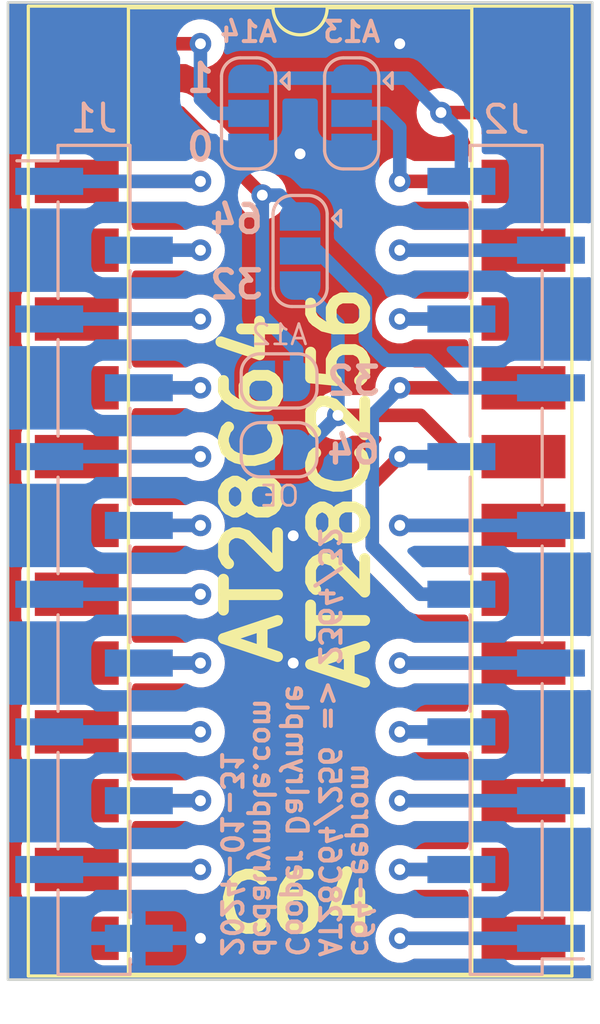
<source format=kicad_pcb>
(kicad_pcb (version 20221018) (generator pcbnew)
  (layers (0 "F.Cu" signal) (31 "B.Cu" signal) (34 "B.Paste" user) (35 "F.Paste" user) (36 "B.SilkS" user "B.Silkscreen") (37 "F.SilkS" user "F.Silkscreen") (38 "B.Mask" user) (39 "F.Mask" user) (44 "Edge.Cuts" user))
  (net 0 "")
  (net 1 "Net-(J1-Pin_1)")
  (net 2 "Net-(J1-Pin_2)")
  (net 3 "Net-(J1-Pin_3)")
  (net 4 "Net-(J1-Pin_4)")
  (net 5 "Net-(J1-Pin_5)")
  (net 6 "Net-(J1-Pin_6)")
  (net 7 "Net-(J1-Pin_7)")
  (net 8 "Net-(J1-Pin_8)")
  (net 9 "Net-(J1-Pin_9)")
  (net 10 "Net-(J1-Pin_10)")
  (net 11 "Net-(J1-Pin_11)")
  (net 12 "GND")
  (net 13 "Net-(J2-Pin_1)")
  (net 14 "Net-(J2-Pin_2)")
  (net 15 "Net-(J2-Pin_3)")
  (net 16 "Net-(J2-Pin_4)")
  (net 17 "Net-(J2-Pin_5)")
  (net 18 "Net-(J2-Pin_6)")
  (net 19 "Net-(J2-Pin_7)")
  (net 20 "Net-(J2-Pin_8)")
  (net 21 "Net-(J2-Pin_9)")
  (net 22 "Net-(J2-Pin_10)")
  (net 23 "Net-(J2-Pin_11)")
  (net 24 "VCC")
  (net 25 "Net-(JP1-C)")
  (net 26 "Net-(JP2-C)")
  (net 27 "Net-(JP3-A)")
  (net 29 "Net-(JP4-B)")
  (footprint "Package_DIP:DIP-28_W16.51mm_SMDSocket_LongPads" (layer "F.Cu") (at 140.335 74.93)
    (fp_text reference "U2" hide)
    (fp_text value "~")
    (fp_line (start -10.045 -17.9) (end -10.045 17.9) (stroke (width 0.12)) (layer "F.SilkS"))
    (fp_line (start -10.045 17.9) (end 10.045 17.9) (stroke (width 0.12)) (layer "F.SilkS"))
    (fp_line (start -6.345 -17.84) (end -6.345 17.84) (stroke (width 0.12)) (layer "F.SilkS"))
    (fp_line (start -6.345 17.84) (end 6.345 17.84) (stroke (width 0.12)) (layer "F.SilkS"))
    (fp_line (start -1 -17.84) (end -6.345 -17.84) (stroke (width 0.12)) (layer "F.SilkS"))
    (fp_line (start 6.345 -17.84) (end 1 -17.84) (stroke (width 0.12)) (layer "F.SilkS"))
    (fp_line (start 6.345 17.84) (end 6.345 -17.84) (stroke (width 0.12)) (layer "F.SilkS"))
    (fp_line (start 10.045 -17.9) (end -10.045 -17.9) (stroke (width 0.12)) (layer "F.SilkS"))
    (fp_line (start 10.045 17.9) (end 10.045 -17.9) (stroke (width 0.12)) (layer "F.SilkS"))
    (fp_arc (start 1 -17.84) (mid 0 -16.84) (end -1 -17.84) (stroke (width 0.12)) (layer "F.SilkS"))
    (pad "1" smd rect (at -8.255 -16.51) (size 3.1 1.6) (layers "F.Cu" "F.Paste" "F.Mask") (net 25 "Net-(JP1-C)"))
    (pad "2" smd rect (at -8.255 -13.97) (size 3.1 1.6) (layers "F.Cu" "F.Paste" "F.Mask") (net 27 "Net-(JP3-A)"))
    (pad "3" smd rect (at -8.255 -11.43) (size 3.1 1.6) (layers "F.Cu" "F.Paste" "F.Mask") (net 1 "Net-(J1-Pin_1)"))
    (pad "4" smd rect (at -8.255 -8.89) (size 3.1 1.6) (layers "F.Cu" "F.Paste" "F.Mask") (net 2 "Net-(J1-Pin_2)"))
    (pad "5" smd rect (at -8.255 -6.35) (size 3.1 1.6) (layers "F.Cu" "F.Paste" "F.Mask") (net 3 "Net-(J1-Pin_3)"))
    (pad "6" smd rect (at -8.255 -3.81) (size 3.1 1.6) (layers "F.Cu" "F.Paste" "F.Mask") (net 4 "Net-(J1-Pin_4)"))
    (pad "7" smd rect (at -8.255 -1.27) (size 3.1 1.6) (layers "F.Cu" "F.Paste" "F.Mask") (net 5 "Net-(J1-Pin_5)"))
    (pad "8" smd rect (at -8.255 1.27) (size 3.1 1.6) (layers "F.Cu" "F.Paste" "F.Mask") (net 6 "Net-(J1-Pin_6)"))
    (pad "9" smd rect (at -8.255 3.81) (size 3.1 1.6) (layers "F.Cu" "F.Paste" "F.Mask") (net 7 "Net-(J1-Pin_7)"))
    (pad "10" smd rect (at -8.255 6.35) (size 3.1 1.6) (layers "F.Cu" "F.Paste" "F.Mask") (net 8 "Net-(J1-Pin_8)"))
    (pad "11" smd rect (at -8.255 8.89) (size 3.1 1.6) (layers "F.Cu" "F.Paste" "F.Mask") (net 9 "Net-(J1-Pin_9)"))
    (pad "12" smd rect (at -8.255 11.43) (size 3.1 1.6) (layers "F.Cu" "F.Paste" "F.Mask") (net 10 "Net-(J1-Pin_10)"))
    (pad "13" smd rect (at -8.255 13.97) (size 3.1 1.6) (layers "F.Cu" "F.Paste" "F.Mask") (net 11 "Net-(J1-Pin_11)"))
    (pad "14" smd rect (at -8.255 16.51) (size 3.1 1.6) (layers "F.Cu" "F.Paste" "F.Mask") (net 12 "GND"))
    (pad "15" smd rect (at 8.255 16.51) (size 3.1 1.6) (layers "F.Cu" "F.Paste" "F.Mask") (net 13 "Net-(J2-Pin_1)"))
    (pad "16" smd rect (at 8.255 13.97) (size 3.1 1.6) (layers "F.Cu" "F.Paste" "F.Mask") (net 14 "Net-(J2-Pin_2)"))
    (pad "17" smd rect (at 8.255 11.43) (size 3.1 1.6) (layers "F.Cu" "F.Paste" "F.Mask") (net 15 "Net-(J2-Pin_3)"))
    (pad "18" smd rect (at 8.255 8.89) (size 3.1 1.6) (layers "F.Cu" "F.Paste" "F.Mask") (net 16 "Net-(J2-Pin_4)"))
    (pad "19" smd rect (at 8.255 6.35) (size 3.1 1.6) (layers "F.Cu" "F.Paste" "F.Mask") (net 17 "Net-(J2-Pin_5)"))
    (pad "20" smd rect (at 8.255 3.81) (size 3.1 1.6) (layers "F.Cu" "F.Paste" "F.Mask") (net 20 "Net-(J2-Pin_8)"))
    (pad "21" smd rect (at 8.255 1.27) (size 3.1 1.6) (layers "F.Cu" "F.Paste" "F.Mask") (net 19 "Net-(J2-Pin_7)"))
    (pad "22" smd rect (at 8.255 -1.27) (size 3.1 1.6) (layers "F.Cu" "F.Paste" "F.Mask") (net 29 "Net-(JP4-B)"))
    (pad "23" smd rect (at 8.255 -3.81) (size 3.1 1.6) (layers "F.Cu" "F.Paste" "F.Mask") (net 18 "Net-(J2-Pin_6)"))
    (pad "24" smd rect (at 8.255 -6.35) (size 3.1 1.6) (layers "F.Cu" "F.Paste" "F.Mask") (net 22 "Net-(J2-Pin_10)"))
    (pad "25" smd rect (at 8.255 -8.89) (size 3.1 1.6) (layers "F.Cu" "F.Paste" "F.Mask") (net 23 "Net-(J2-Pin_11)"))
    (pad "26" smd rect (at 8.255 -11.43) (size 3.1 1.6) (layers "F.Cu" "F.Paste" "F.Mask") (net 26 "Net-(JP2-C)"))
    (pad "27" smd rect (at 8.255 -13.97) (size 3.1 1.6) (layers "F.Cu" "F.Paste" "F.Mask") (net 24 "VCC"))
    (pad "28" smd rect (at 8.255 -16.51) (size 3.1 1.6) (layers "F.Cu" "F.Paste" "F.Mask") (net 24 "VCC"))
  )
  (footprint "Jumper:SolderJumper-3_P1.3mm_Open_RoundedPad1.0x1.5mm" (layer "B.Cu") (at 138.43 60.99 -90)
    (fp_text reference "JP1" hide)
    (fp_text value "Jumper_3_Open" hide)
    (fp_line (start -2.05 -0.3) (end -2.05 0.3) (stroke (width 0.12)) (layer "B.SilkS"))
    (fp_line (start -1.5 -1.5) (end -0.9 -1.5) (stroke (width 0.12)) (layer "B.SilkS"))
    (fp_line (start -1.4 1) (end 1.4 1) (stroke (width 0.12)) (layer "B.SilkS"))
    (fp_line (start -1.2 -1.2) (end -1.5 -1.5) (stroke (width 0.12)) (layer "B.SilkS"))
    (fp_line (start -1.2 -1.2) (end -0.9 -1.5) (stroke (width 0.12)) (layer "B.SilkS"))
    (fp_line (start 1.4 -1) (end -1.4 -1) (stroke (width 0.12)) (layer "B.SilkS"))
    (fp_line (start 2.05 0.3) (end 2.05 -0.3) (stroke (width 0.12)) (layer "B.SilkS"))
    (fp_arc (start -2.05 -0.3) (mid -1.844975 -0.794975) (end -1.35 -1) (stroke (width 0.12)) (layer "B.SilkS"))
    (fp_arc (start -1.35 1) (mid -1.844975 0.794975) (end -2.05 0.3) (stroke (width 0.12)) (layer "B.SilkS"))
    (fp_arc (start 1.35 -1) (mid 1.844975 -0.794975) (end 2.05 -0.3) (stroke (width 0.12)) (layer "B.SilkS"))
    (fp_arc (start 2.05 0.3) (mid 1.844975 0.794975) (end 1.35 1) (stroke (width 0.12)) (layer "B.SilkS"))
    (pad "1" smd custom (at -1.3 0 270) (size 1 0.5) (layers "B.Cu" "B.Mask") (net 24 "VCC") (options (clearance outline) (anchor rect)) (primitives (gr_circle (center 0 -0.25) (end 0.5 -0.25) (width 0) (fill yes)) (gr_circle (center 0 0.25) (end 0.5 0.25) (width 0) (fill yes)) (gr_poly (pts (xy 0.55 -0.75) (xy 0 -0.75) (xy 0 0.75) (xy 0.55 0.75)) (width 0) (fill yes))))
    (pad "2" smd rect (at 0 0 270) (size 1 1.5) (layers "B.Cu" "B.Mask") (net 25 "Net-(JP1-C)"))
    (pad "3" smd custom (at 1.3 0 270) (size 1 0.5) (layers "B.Cu" "B.Mask") (net 12 "GND") (options (clearance outline) (anchor rect)) (primitives (gr_circle (center 0 -0.25) (end 0.5 -0.25) (width 0) (fill yes)) (gr_circle (center 0 0.25) (end 0.5 0.25) (width 0) (fill yes)) (gr_poly (pts (xy 0 -0.75) (xy -0.55 -0.75) (xy -0.55 0.75) (xy 0 0.75)) (width 0) (fill yes))))
  )
  (footprint "Connector_PinHeader_2.54mm:PinHeader_1x12_P2.54mm_Vertical_SMD_Pin1Right" (layer "B.Cu") (at 132.719 77.47 180)
    (fp_text reference "J1" (at 0 16.3) (layer "B.SilkS") (effects (justify mirror)))
    (fp_text value "Conn_01x12_Pin" hide)
    (fp_line (start -1.33 -15.3) (end 1.33 -15.3) (stroke (width 0.12)) (layer "B.SilkS"))
    (fp_line (start -1.33 -14.73) (end -1.33 -15.3) (stroke (width 0.12)) (layer "B.SilkS"))
    (fp_line (start -1.33 -9.65) (end -1.33 -13.21) (stroke (width 0.12)) (layer "B.SilkS"))
    (fp_line (start -1.33 -4.57) (end -1.33 -8.13) (stroke (width 0.12)) (layer "B.SilkS"))
    (fp_line (start -1.33 0.51) (end -1.33 -3.05) (stroke (width 0.12)) (layer "B.SilkS"))
    (fp_line (start -1.33 5.59) (end -1.33 2.03) (stroke (width 0.12)) (layer "B.SilkS"))
    (fp_line (start -1.33 10.67) (end -1.33 7.11) (stroke (width 0.12)) (layer "B.SilkS"))
    (fp_line (start -1.33 15.3) (end -1.33 12.19) (stroke (width 0.12)) (layer "B.SilkS"))
    (fp_line (start -1.33 15.3) (end 1.33 15.3) (stroke (width 0.12)) (layer "B.SilkS"))
    (fp_line (start 1.33 -12.19) (end 1.33 -15.3) (stroke (width 0.12)) (layer "B.SilkS"))
    (fp_line (start 1.33 -7.11) (end 1.33 -10.67) (stroke (width 0.12)) (layer "B.SilkS"))
    (fp_line (start 1.33 -2.03) (end 1.33 -5.59) (stroke (width 0.12)) (layer "B.SilkS"))
    (fp_line (start 1.33 3.05) (end 1.33 -0.51) (stroke (width 0.12)) (layer "B.SilkS"))
    (fp_line (start 1.33 8.13) (end 1.33 4.57) (stroke (width 0.12)) (layer "B.SilkS"))
    (fp_line (start 1.33 13.21) (end 1.33 9.65) (stroke (width 0.12)) (layer "B.SilkS"))
    (fp_line (start 1.33 14.73) (end 2.85 14.73) (stroke (width 0.12)) (layer "B.SilkS"))
    (fp_line (start 1.33 15.3) (end 1.33 14.73) (stroke (width 0.12)) (layer "B.SilkS"))
    (pad "1" smd rect (at 1.655 13.97 180) (size 2.51 1) (layers "B.Cu" "B.Paste" "B.Mask") (net 1 "Net-(J1-Pin_1)"))
    (pad "2" smd rect (at -1.655 11.43 180) (size 2.51 1) (layers "B.Cu" "B.Paste" "B.Mask") (net 2 "Net-(J1-Pin_2)"))
    (pad "3" smd rect (at 1.655 8.89 180) (size 2.51 1) (layers "B.Cu" "B.Paste" "B.Mask") (net 3 "Net-(J1-Pin_3)"))
    (pad "4" smd rect (at -1.655 6.35 180) (size 2.51 1) (layers "B.Cu" "B.Paste" "B.Mask") (net 4 "Net-(J1-Pin_4)"))
    (pad "5" smd rect (at 1.655 3.81 180) (size 2.51 1) (layers "B.Cu" "B.Paste" "B.Mask") (net 5 "Net-(J1-Pin_5)"))
    (pad "6" smd rect (at -1.655 1.27 180) (size 2.51 1) (layers "B.Cu" "B.Paste" "B.Mask") (net 6 "Net-(J1-Pin_6)"))
    (pad "7" smd rect (at 1.655 -1.27 180) (size 2.51 1) (layers "B.Cu" "B.Paste" "B.Mask") (net 7 "Net-(J1-Pin_7)"))
    (pad "8" smd rect (at -1.655 -3.81 180) (size 2.51 1) (layers "B.Cu" "B.Paste" "B.Mask") (net 8 "Net-(J1-Pin_8)"))
    (pad "9" smd rect (at 1.655 -6.35 180) (size 2.51 1) (layers "B.Cu" "B.Paste" "B.Mask") (net 9 "Net-(J1-Pin_9)"))
    (pad "10" smd rect (at -1.655 -8.89 180) (size 2.51 1) (layers "B.Cu" "B.Paste" "B.Mask") (net 10 "Net-(J1-Pin_10)"))
    (pad "11" smd rect (at 1.655 -11.43 180) (size 2.51 1) (layers "B.Cu" "B.Paste" "B.Mask") (net 11 "Net-(J1-Pin_11)"))
    (pad "12" smd rect (at -1.655 -13.97 180) (size 2.51 1) (layers "B.Cu" "B.Paste" "B.Mask") (net 12 "GND"))
  )
  (footprint "Jumper:SolderJumper-2_P1.3mm_Open_RoundedPad1.0x1.5mm" (layer "B.Cu") (at 139.558 70.866 180)
    (fp_text reference "JP3" hide)
    (fp_text value "A12_GND" hide)
    (fp_line (start -1.4 -0.3) (end -1.4 0.3) (stroke (width 0.12)) (layer "B.SilkS"))
    (fp_line (start -0.7 1) (end 0.7 1) (stroke (width 0.12)) (layer "B.SilkS"))
    (fp_line (start 0.7 -1) (end -0.7 -1) (stroke (width 0.12)) (layer "B.SilkS"))
    (fp_line (start 1.4 0.3) (end 1.4 -0.3) (stroke (width 0.12)) (layer "B.SilkS"))
    (fp_arc (start -1.4 -0.3) (mid -1.194975 -0.794975) (end -0.7 -1) (stroke (width 0.12)) (layer "B.SilkS"))
    (fp_arc (start -0.7 1) (mid -1.194975 0.794975) (end -1.4 0.3) (stroke (width 0.12)) (layer "B.SilkS"))
    (fp_arc (start 0.7 -1) (mid 1.194975 -0.794975) (end 1.4 -0.3) (stroke (width 0.12)) (layer "B.SilkS"))
    (fp_arc (start 1.4 0.3) (mid 1.194975 0.794975) (end 0.7 1) (stroke (width 0.12)) (layer "B.SilkS"))
    (pad "1" smd custom (at -0.65 0 180) (size 1 0.5) (layers "B.Cu" "B.Mask") (net 27 "Net-(JP3-A)") (options (clearance outline) (anchor rect)) (primitives (gr_circle (center 0 -0.25) (end 0.5 -0.25) (width 0) (fill yes)) (gr_circle (center 0 0.25) (end 0.5 0.25) (width 0) (fill yes)) (gr_poly (pts (xy 0.5 -0.75) (xy 0 -0.75) (xy 0 0.75) (xy 0.5 0.75)) (width 0) (fill yes))))
    (pad "2" smd custom (at 0.65 0 180) (size 1 0.5) (layers "B.Cu" "B.Mask") (options (clearance outline) (anchor rect)) (primitives (gr_circle (center 0 -0.25) (end 0.5 -0.25) (width 0) (fill yes)) (gr_circle (center 0 0.25) (end 0.5 0.25) (width 0) (fill yes)) (gr_poly (pts (xy 0 -0.75) (xy -0.5 -0.75) (xy -0.5 0.75) (xy 0 0.75)) (width 0) (fill yes))))
  )
  (footprint "Connector_PinHeader_2.54mm:PinHeader_1x12_P2.54mm_Vertical_SMD_Pin1Right" (layer "B.Cu") (at 147.951 77.47)
    (fp_text reference "J2" (at 0 -16.256) (layer "B.SilkS") (effects (justify mirror)))
    (fp_text value "Conn_01x12_Pin" hide)
    (fp_line (start -1.33 -15.3) (end 1.33 -15.3) (stroke (width 0.12)) (layer "B.SilkS"))
    (fp_line (start -1.33 -14.73) (end -1.33 -15.3) (stroke (width 0.12)) (layer "B.SilkS"))
    (fp_line (start -1.33 -9.65) (end -1.33 -13.21) (stroke (width 0.12)) (layer "B.SilkS"))
    (fp_line (start -1.33 -4.57) (end -1.33 -8.13) (stroke (width 0.12)) (layer "B.SilkS"))
    (fp_line (start -1.33 0.51) (end -1.33 -3.05) (stroke (width 0.12)) (layer "B.SilkS"))
    (fp_line (start -1.33 5.59) (end -1.33 2.03) (stroke (width 0.12)) (layer "B.SilkS"))
    (fp_line (start -1.33 10.67) (end -1.33 7.11) (stroke (width 0.12)) (layer "B.SilkS"))
    (fp_line (start -1.33 15.3) (end -1.33 12.19) (stroke (width 0.12)) (layer "B.SilkS"))
    (fp_line (start -1.33 15.3) (end 1.33 15.3) (stroke (width 0.12)) (layer "B.SilkS"))
    (fp_line (start 1.33 -12.19) (end 1.33 -15.3) (stroke (width 0.12)) (layer "B.SilkS"))
    (fp_line (start 1.33 -7.11) (end 1.33 -10.67) (stroke (width 0.12)) (layer "B.SilkS"))
    (fp_line (start 1.33 -2.03) (end 1.33 -5.59) (stroke (width 0.12)) (layer "B.SilkS"))
    (fp_line (start 1.33 3.05) (end 1.33 -0.51) (stroke (width 0.12)) (layer "B.SilkS"))
    (fp_line (start 1.33 8.13) (end 1.33 4.57) (stroke (width 0.12)) (layer "B.SilkS"))
    (fp_line (start 1.33 13.21) (end 1.33 9.65) (stroke (width 0.12)) (layer "B.SilkS"))
    (fp_line (start 1.33 14.73) (end 2.85 14.73) (stroke (width 0.12)) (layer "B.SilkS"))
    (fp_line (start 1.33 15.3) (end 1.33 14.73) (stroke (width 0.12)) (layer "B.SilkS"))
    (pad "1" smd rect (at 1.655 13.97) (size 2.51 1) (layers "B.Cu" "B.Paste" "B.Mask") (net 13 "Net-(J2-Pin_1)"))
    (pad "2" smd rect (at -1.655 11.43) (size 2.51 1) (layers "B.Cu" "B.Paste" "B.Mask") (net 14 "Net-(J2-Pin_2)"))
    (pad "3" smd rect (at 1.655 8.89) (size 2.51 1) (layers "B.Cu" "B.Paste" "B.Mask") (net 15 "Net-(J2-Pin_3)"))
    (pad "4" smd rect (at -1.655 6.35) (size 2.51 1) (layers "B.Cu" "B.Paste" "B.Mask") (net 16 "Net-(J2-Pin_4)"))
    (pad "5" smd rect (at 1.655 3.81) (size 2.51 1) (layers "B.Cu" "B.Paste" "B.Mask") (net 17 "Net-(J2-Pin_5)"))
    (pad "6" smd rect (at -1.655 1.27) (size 2.51 1) (layers "B.Cu" "B.Paste" "B.Mask") (net 18 "Net-(J2-Pin_6)"))
    (pad "7" smd rect (at 1.655 -1.27) (size 2.51 1) (layers "B.Cu" "B.Paste" "B.Mask") (net 19 "Net-(J2-Pin_7)"))
    (pad "8" smd rect (at -1.655 -3.81) (size 2.51 1) (layers "B.Cu" "B.Paste" "B.Mask") (net 20 "Net-(J2-Pin_8)"))
    (pad "9" smd rect (at 1.655 -6.35) (size 2.51 1) (layers "B.Cu" "B.Paste" "B.Mask") (net 21 "Net-(J2-Pin_9)"))
    (pad "10" smd rect (at -1.655 -8.89) (size 2.51 1) (layers "B.Cu" "B.Paste" "B.Mask") (net 22 "Net-(J2-Pin_10)"))
    (pad "11" smd rect (at 1.655 -11.43) (size 2.51 1) (layers "B.Cu" "B.Paste" "B.Mask") (net 23 "Net-(J2-Pin_11)"))
    (pad "12" smd rect (at -1.655 -13.97) (size 2.51 1) (layers "B.Cu" "B.Paste" "B.Mask") (net 24 "VCC"))
  )
  (footprint "Jumper:SolderJumper-2_P1.3mm_Open_RoundedPad1.0x1.5mm" (layer "B.Cu") (at 139.558 73.406 180)
    (fp_text reference "JP5" hide)
    (fp_text value "OE_GND" hide)
    (fp_line (start -1.4 -0.3) (end -1.4 0.3) (stroke (width 0.12)) (layer "B.SilkS"))
    (fp_line (start -0.7 1) (end 0.7 1) (stroke (width 0.12)) (layer "B.SilkS"))
    (fp_line (start 0.7 -1) (end -0.7 -1) (stroke (width 0.12)) (layer "B.SilkS"))
    (fp_line (start 1.4 0.3) (end 1.4 -0.3) (stroke (width 0.12)) (layer "B.SilkS"))
    (fp_arc (start -1.4 -0.3) (mid -1.194975 -0.794975) (end -0.7 -1) (stroke (width 0.12)) (layer "B.SilkS"))
    (fp_arc (start -0.7 1) (mid -1.194975 0.794975) (end -1.4 0.3) (stroke (width 0.12)) (layer "B.SilkS"))
    (fp_arc (start 0.7 -1) (mid 1.194975 -0.794975) (end 1.4 -0.3) (stroke (width 0.12)) (layer "B.SilkS"))
    (fp_arc (start 1.4 0.3) (mid 1.194975 0.794975) (end 0.7 1) (stroke (width 0.12)) (layer "B.SilkS"))
    (pad "1" smd custom (at -0.65 0 180) (size 1 0.5) (layers "B.Cu" "B.Mask") (net 29 "Net-(JP4-B)") (options (clearance outline) (anchor rect)) (primitives (gr_circle (center 0 -0.25) (end 0.5 -0.25) (width 0) (fill yes)) (gr_circle (center 0 0.25) (end 0.5 0.25) (width 0) (fill yes)) (gr_poly (pts (xy 0.5 -0.75) (xy 0 -0.75) (xy 0 0.75) (xy 0.5 0.75)) (width 0) (fill yes))))
    (pad "2" smd custom (at 0.65 0 180) (size 1 0.5) (layers "B.Cu" "B.Mask") (net 12 "GND") (options (clearance outline) (anchor rect)) (primitives (gr_circle (center 0 -0.25) (end 0.5 -0.25) (width 0) (fill yes)) (gr_circle (center 0 0.25) (end 0.5 0.25) (width 0) (fill yes)) (gr_poly (pts (xy 0 -0.75) (xy -0.5 -0.75) (xy -0.5 0.75) (xy 0 0.75)) (width 0) (fill yes))))
  )
  (footprint "Jumper:SolderJumper-3_P1.3mm_Open_RoundedPad1.0x1.5mm" (layer "B.Cu") (at 140.335 66.07 -90)
    (fp_text reference "JP4" hide)
    (fp_text value "A12/CS2" hide)
    (fp_line (start -2.05 -0.3) (end -2.05 0.3) (stroke (width 0.12)) (layer "B.SilkS"))
    (fp_line (start -1.5 -1.5) (end -0.9 -1.5) (stroke (width 0.12)) (layer "B.SilkS"))
    (fp_line (start -1.4 1) (end 1.4 1) (stroke (width 0.12)) (layer "B.SilkS"))
    (fp_line (start -1.2 -1.2) (end -1.5 -1.5) (stroke (width 0.12)) (layer "B.SilkS"))
    (fp_line (start -1.2 -1.2) (end -0.9 -1.5) (stroke (width 0.12)) (layer "B.SilkS"))
    (fp_line (start 1.4 -1) (end -1.4 -1) (stroke (width 0.12)) (layer "B.SilkS"))
    (fp_line (start 2.05 0.3) (end 2.05 -0.3) (stroke (width 0.12)) (layer "B.SilkS"))
    (fp_arc (start -2.05 -0.3) (mid -1.844975 -0.794975) (end -1.35 -1) (stroke (width 0.12)) (layer "B.SilkS"))
    (fp_arc (start -1.35 1) (mid -1.844975 0.794975) (end -2.05 0.3) (stroke (width 0.12)) (layer "B.SilkS"))
    (fp_arc (start 1.35 -1) (mid 1.844975 -0.794975) (end 2.05 -0.3) (stroke (width 0.12)) (layer "B.SilkS"))
    (fp_arc (start 2.05 0.3) (mid 1.844975 0.794975) (end 1.35 1) (stroke (width 0.12)) (layer "B.SilkS"))
    (pad "1" smd custom (at -1.3 0 270) (size 1 0.5) (layers "B.Cu" "B.Mask") (net 27 "Net-(JP3-A)") (options (clearance outline) (anchor rect)) (primitives (gr_circle (center 0 -0.25) (end 0.5 -0.25) (width 0) (fill yes)) (gr_circle (center 0 0.25) (end 0.5 0.25) (width 0) (fill yes)) (gr_poly (pts (xy 0.55 -0.75) (xy 0 -0.75) (xy 0 0.75) (xy 0.55 0.75)) (width 0) (fill yes))))
    (pad "2" smd rect (at 0 0 270) (size 1 1.5) (layers "B.Cu" "B.Mask") (net 21 "Net-(J2-Pin_9)"))
    (pad "3" smd custom (at 1.3 0 270) (size 1 0.5) (layers "B.Cu" "B.Mask") (net 29 "Net-(JP4-B)") (options (clearance outline) (anchor rect)) (primitives (gr_circle (center 0 -0.25) (end 0.5 -0.25) (width 0) (fill yes)) (gr_circle (center 0 0.25) (end 0.5 0.25) (width 0) (fill yes)) (gr_poly (pts (xy 0 -0.75) (xy -0.55 -0.75) (xy -0.55 0.75) (xy 0 0.75)) (width 0) (fill yes))))
  )
  (footprint "Jumper:SolderJumper-3_P1.3mm_Open_RoundedPad1.0x1.5mm" (layer "B.Cu") (at 142.24 60.99 -90)
    (fp_text reference "JP2" hide)
    (fp_text value "Jumper_3_Open" hide)
    (fp_line (start -2.05 -0.3) (end -2.05 0.3) (stroke (width 0.12)) (layer "B.SilkS"))
    (fp_line (start -1.5 -1.5) (end -0.9 -1.5) (stroke (width 0.12)) (layer "B.SilkS"))
    (fp_line (start -1.4 1) (end 1.4 1) (stroke (width 0.12)) (layer "B.SilkS"))
    (fp_line (start -1.2 -1.2) (end -1.5 -1.5) (stroke (width 0.12)) (layer "B.SilkS"))
    (fp_line (start -1.2 -1.2) (end -0.9 -1.5) (stroke (width 0.12)) (layer "B.SilkS"))
    (fp_line (start 1.4 -1) (end -1.4 -1) (stroke (width 0.12)) (layer "B.SilkS"))
    (fp_line (start 2.05 0.3) (end 2.05 -0.3) (stroke (width 0.12)) (layer "B.SilkS"))
    (fp_arc (start -2.05 -0.3) (mid -1.844975 -0.794975) (end -1.35 -1) (stroke (width 0.12)) (layer "B.SilkS"))
    (fp_arc (start -1.35 1) (mid -1.844975 0.794975) (end -2.05 0.3) (stroke (width 0.12)) (layer "B.SilkS"))
    (fp_arc (start 1.35 -1) (mid 1.844975 -0.794975) (end 2.05 -0.3) (stroke (width 0.12)) (layer "B.SilkS"))
    (fp_arc (start 2.05 0.3) (mid 1.844975 0.794975) (end 1.35 1) (stroke (width 0.12)) (layer "B.SilkS"))
    (pad "1" smd custom (at -1.3 0 270) (size 1 0.5) (layers "B.Cu" "B.Mask") (net 24 "VCC") (options (clearance outline) (anchor rect)) (primitives (gr_circle (center 0 -0.25) (end 0.5 -0.25) (width 0) (fill yes)) (gr_circle (center 0 0.25) (end 0.5 0.25) (width 0) (fill yes)) (gr_poly (pts (xy 0.55 -0.75) (xy 0 -0.75) (xy 0 0.75) (xy 0.55 0.75)) (width 0) (fill yes))))
    (pad "2" smd rect (at 0 0 270) (size 1 1.5) (layers "B.Cu" "B.Mask") (net 26 "Net-(JP2-C)"))
    (pad "3" smd custom (at 1.3 0 270) (size 1 0.5) (layers "B.Cu" "B.Mask") (net 12 "GND") (options (clearance outline) (anchor rect)) (primitives (gr_circle (center 0 -0.25) (end 0.5 -0.25) (width 0) (fill yes)) (gr_circle (center 0 0.25) (end 0.5 0.25) (width 0) (fill yes)) (gr_poly (pts (xy 0 -0.75) (xy -0.55 -0.75) (xy -0.55 0.75) (xy 0 0.75)) (width 0) (fill yes))))
  )
  (gr_rect (start 129.54 56.896) (end 151.13 92.964) (stroke (width 0.1)) (fill none) (layer "Edge.Cuts"))
  (gr_text "32" (at 139.065 67.31) (layer "B.SilkS") (effects (font (size 1 1) (thickness 0.2) bold) (justify left mirror)))
  (gr_text "A14" (at 138.43 58.42) (layer "B.SilkS") (effects (font (size 0.75 0.75) (thickness 0.15) bold) (justify bottom mirror)))
  (gr_text "32" (at 141.224 70.866) (layer "B.SilkS") (effects (font (size 1 1) (thickness 0.2) bold) (justify right mirror)))
  (gr_text "0" (at 136.652 62.23) (layer "B.SilkS") (effects (font (size 1 1) (thickness 0.2) bold) (justify mirror)))
  (gr_text "A13" (at 142.24 58.42) (layer "B.SilkS") (effects (font (size 0.75 0.75) (thickness 0.15) bold) (justify bottom mirror)))
  (gr_text "64" (at 139.065 64.897) (layer "B.SilkS") (effects (font (size 1 1) (thickness 0.2) bold) (justify left mirror)))
  (gr_text "OE" (at 139.573 74.676) (layer "B.SilkS") (effects (font (size 0.75 0.75) (thickness 0.1)) (justify top mirror)))
  (gr_text "A12" (at 139.573 69.596) (layer "B.SilkS") (effects (font (size 0.75 0.75) (thickness 0.1)) (justify bottom mirror)))
  (gr_text "1" (at 136.652 59.69) (layer "B.SilkS") (effects (font (size 1 1) (thickness 0.2) bold) (justify mirror)))
  (gr_text "c64-eeprom\nAT28C64/256 => 2364/32\nCooper Dalrymple\ndcdalrymple.com\n2024-01-31" (at 140.208 92.202 270) (layer "B.SilkS") (effects (font (size 0.75 0.75) (thickness 0.15) bold) (justify left mirror)))
  (gr_text "64" (at 141.224 73.406) (layer "B.SilkS") (effects (font (size 1 1) (thickness 0.2) bold) (justify right mirror)))
  (gr_text "AT28C64\nAT28C256" (at 140.208 74.803 90) (layer "F.SilkS") (effects (font (size 2 2) (thickness 0.4) bold)))
  (gr_text "C64" (at 140.208 90.17) (layer "F.SilkS") (effects (font (size 2 2) (thickness 0.4) bold)))
  (segment (start 132.08 63.5) (end 136.652 63.5) (width 0.5) (layer "F.Cu") (net 1))
  (via (at 136.652 63.5) (size 0.8) (drill 0.4) (layers "F.Cu" "B.Cu") (net 1))
  (segment (start 136.652 63.5) (end 131.064 63.5) (width 0.5) (layer "B.Cu") (net 1))
  (segment (start 132.08 66.04) (end 136.652 66.04) (width 0.5) (layer "F.Cu") (net 2))
  (via (at 136.652 66.04) (size 0.8) (drill 0.4) (layers "F.Cu" "B.Cu") (net 2))
  (segment (start 136.652 66.04) (end 134.374 66.04) (width 0.5) (layer "B.Cu") (net 2))
  (segment (start 132.08 68.58) (end 136.652 68.58) (width 0.5) (layer "F.Cu") (net 3))
  (via (at 136.652 68.58) (size 0.8) (drill 0.4) (layers "F.Cu" "B.Cu") (net 3))
  (segment (start 136.652 68.58) (end 131.064 68.58) (width 0.5) (layer "B.Cu") (net 3))
  (segment (start 132.08 71.12) (end 136.652 71.12) (width 0.5) (layer "F.Cu") (net 4))
  (via (at 136.652 71.12) (size 0.8) (drill 0.4) (layers "F.Cu" "B.Cu") (net 4))
  (segment (start 136.652 71.12) (end 134.374 71.12) (width 0.5) (layer "B.Cu") (net 4))
  (segment (start 132.08 73.66) (end 136.652 73.66) (width 0.5) (layer "F.Cu") (net 5))
  (via (at 136.652 73.66) (size 0.8) (drill 0.4) (layers "F.Cu" "B.Cu") (net 5))
  (segment (start 136.652 73.66) (end 131.064 73.66) (width 0.5) (layer "B.Cu") (net 5))
  (segment (start 132.08 76.2) (end 136.652 76.2) (width 0.5) (layer "F.Cu") (net 6))
  (via (at 136.652 76.2) (size 0.8) (drill 0.4) (layers "F.Cu" "B.Cu") (net 6))
  (segment (start 136.652 76.2) (end 134.374 76.2) (width 0.5) (layer "B.Cu") (net 6))
  (segment (start 132.08 78.74) (end 136.652 78.74) (width 0.5) (layer "F.Cu") (net 7))
  (via (at 136.652 78.74) (size 0.8) (drill 0.4) (layers "F.Cu" "B.Cu") (net 7))
  (segment (start 136.652 78.74) (end 131.064 78.74) (width 0.5) (layer "B.Cu") (net 7))
  (segment (start 132.08 81.28) (end 136.652 81.28) (width 0.5) (layer "F.Cu") (net 8))
  (via (at 136.652 81.28) (size 0.8) (drill 0.4) (layers "F.Cu" "B.Cu") (net 8))
  (segment (start 136.652 81.28) (end 134.374 81.28) (width 0.5) (layer "B.Cu") (net 8))
  (segment (start 132.08 83.82) (end 136.652 83.82) (width 0.5) (layer "F.Cu") (net 9))
  (via (at 136.652 83.82) (size 0.8) (drill 0.4) (layers "F.Cu" "B.Cu") (net 9))
  (segment (start 136.652 83.82) (end 131.064 83.82) (width 0.5) (layer "B.Cu") (net 9))
  (segment (start 132.08 86.36) (end 136.652 86.36) (width 0.5) (layer "F.Cu") (net 10))
  (via (at 136.652 86.36) (size 0.8) (drill 0.4) (layers "F.Cu" "B.Cu") (net 10))
  (segment (start 136.652 86.36) (end 134.374 86.36) (width 0.5) (layer "B.Cu") (net 10))
  (segment (start 132.08 88.9) (end 136.652 88.9) (width 0.5) (layer "F.Cu") (net 11))
  (via (at 136.652 88.9) (size 0.8) (drill 0.4) (layers "F.Cu" "B.Cu") (net 11))
  (segment (start 136.652 88.9) (end 131.064 88.9) (width 0.5) (layer "B.Cu") (net 11))
  (segment (start 132.08 91.44) (end 136.652 91.44) (width 0.5) (layer "F.Cu") (net 12))
  (via (at 140.081 81.28) (size 0.8) (drill 0.4) (layers "F.Cu" "B.Cu") (net 12))
  (via (at 136.652 91.44) (size 0.8) (drill 0.4) (layers "F.Cu" "B.Cu") (net 12))
  (via (at 140.081 76.581) (size 0.8) (drill 0.4) (layers "F.Cu" "B.Cu") (net 12))
  (via (at 144.018 58.42) (size 0.8) (drill 0.4) (layers "F.Cu" "B.Cu") (net 12))
  (via (at 140.335 62.484) (size 0.8) (drill 0.4) (layers "F.Cu" "B.Cu") (net 12))
  (segment (start 136.652 91.44) (end 134.374 91.44) (width 0.5) (layer "B.Cu") (net 12))
  (segment (start 148.59 91.44) (end 144.018 91.44) (width 0.5) (layer "F.Cu") (net 13))
  (via (at 144.018 91.44) (size 0.8) (drill 0.4) (layers "F.Cu" "B.Cu") (net 13))
  (segment (start 144.018 91.44) (end 149.606 91.44) (width 0.5) (layer "B.Cu") (net 13))
  (segment (start 148.59 88.9) (end 144.018 88.9) (width 0.5) (layer "F.Cu") (net 14))
  (via (at 144.018 88.9) (size 0.8) (drill 0.4) (layers "F.Cu" "B.Cu") (net 14))
  (segment (start 144.018 88.9) (end 146.296 88.9) (width 0.5) (layer "B.Cu") (net 14))
  (segment (start 148.59 86.36) (end 144.018 86.36) (width 0.5) (layer "F.Cu") (net 15))
  (via (at 144.018 86.36) (size 0.8) (drill 0.4) (layers "F.Cu" "B.Cu") (net 15))
  (segment (start 144.018 86.36) (end 149.606 86.36) (width 0.5) (layer "B.Cu") (net 15))
  (segment (start 148.59 83.82) (end 144.018 83.82) (width 0.5) (layer "F.Cu") (net 16))
  (via (at 144.018 83.82) (size 0.8) (drill 0.4) (layers "F.Cu" "B.Cu") (net 16))
  (segment (start 144.018 83.82) (end 146.296 83.82) (width 0.5) (layer "B.Cu") (net 16))
  (segment (start 148.59 81.28) (end 144.018 81.28) (width 0.5) (layer "F.Cu") (net 17))
  (via (at 144.018 81.28) (size 0.8) (drill 0.4) (layers "F.Cu" "B.Cu") (net 17))
  (segment (start 144.018 81.28) (end 149.606 81.28) (width 0.5) (layer "B.Cu") (net 17))
  (segment (start 144.018 71.12) (end 148.59 71.12) (width 0.5) (layer "F.Cu") (net 18))
  (via (at 144.018 71.12) (size 0.8) (drill 0.4) (layers "F.Cu" "B.Cu") (net 18))
  (segment (start 143.002 72.136) (end 143.002 76.962) (width 0.5) (layer "B.Cu") (net 18))
  (segment (start 143.002 76.962) (end 144.78 78.74) (width 0.5) (layer "B.Cu") (net 18))
  (segment (start 144.018 71.12) (end 143.002 72.136) (width 0.5) (layer "B.Cu") (net 18))
  (segment (start 144.78 78.74) (end 146.296 78.74) (width 0.5) (layer "B.Cu") (net 18))
  (segment (start 148.59 76.2) (end 144.018 76.2) (width 0.5) (layer "F.Cu") (net 19))
  (via (at 144.018 76.2) (size 0.8) (drill 0.4) (layers "F.Cu" "B.Cu") (net 19))
  (segment (start 144.018 76.2) (end 149.606 76.2) (width 0.5) (layer "B.Cu") (net 19))
  (segment (start 143.002 74.676) (end 143.002 76.962) (width 0.5) (layer "F.Cu") (net 20))
  (segment (start 144.78 78.74) (end 148.59 78.74) (width 0.5) (layer "F.Cu") (net 20))
  (segment (start 143.002 76.962) (end 144.78 78.74) (width 0.5) (layer "F.Cu") (net 20))
  (segment (start 144.018 73.66) (end 143.002 74.676) (width 0.5) (layer "F.Cu") (net 20))
  (via (at 144.018 73.66) (size 0.8) (drill 0.4) (layers "F.Cu" "B.Cu") (net 20))
  (segment (start 144.018 73.66) (end 146.296 73.66) (width 0.5) (layer "B.Cu") (net 20))
  (segment (start 142.748 69.342) (end 143.51 70.104) (width 0.5) (layer "B.Cu") (net 21))
  (segment (start 146.05 71.12) (end 149.606 71.12) (width 0.5) (layer "B.Cu") (net 21))
  (segment (start 145.034 70.104) (end 146.05 71.12) (width 0.5) (layer "B.Cu") (net 21))
  (segment (start 140.335 66.07) (end 140.971396 66.07) (width 0.5) (layer "B.Cu") (net 21))
  (segment (start 140.971396 66.07) (end 142.748 67.846604) (width 0.5) (layer "B.Cu") (net 21))
  (segment (start 143.51 70.104) (end 145.034 70.104) (width 0.5) (layer "B.Cu") (net 21))
  (segment (start 142.748 67.846604) (end 142.748 69.342) (width 0.5) (layer "B.Cu") (net 21))
  (segment (start 148.59 68.58) (end 144.018 68.58) (width 0.5) (layer "F.Cu") (net 22))
  (via (at 144.018 68.58) (size 0.8) (drill 0.4) (layers "F.Cu" "B.Cu") (net 22))
  (segment (start 144.018 68.58) (end 146.296 68.58) (width 0.5) (layer "B.Cu") (net 22))
  (segment (start 148.59 66.04) (end 144.018 66.04) (width 0.5) (layer "F.Cu") (net 23))
  (via (at 144.018 66.04) (size 0.8) (drill 0.4) (layers "F.Cu" "B.Cu") (net 23))
  (segment (start 144.018 66.04) (end 149.606 66.04) (width 0.5) (layer "B.Cu") (net 23))
  (segment (start 147.828 58.42) (end 148.59 58.42) (width 0.5) (layer "F.Cu") (net 24))
  (segment (start 145.542 60.96) (end 148.59 60.96) (width 0.5) (layer "F.Cu") (net 24))
  (segment (start 148.59 60.96) (end 148.59 58.42) (width 0.5) (layer "F.Cu") (net 24))
  (via (at 145.542 60.96) (size 0.8) (drill 0.4) (layers "F.Cu" "B.Cu") (net 24))
  (segment (start 146.296 63.5) (end 146.296 61.714) (width 0.5) (layer "B.Cu") (net 24))
  (segment (start 138.43 59.69) (end 142.24 59.69) (width 0.5) (layer "B.Cu") (net 24))
  (segment (start 146.296 63.5) (end 145.288 63.5) (width 0.5) (layer "B.Cu") (net 24))
  (segment (start 144.272 59.69) (end 142.24 59.69) (width 0.5) (layer "B.Cu") (net 24))
  (segment (start 146.296 61.714) (end 145.542 60.96) (width 0.5) (layer "B.Cu") (net 24))
  (segment (start 145.542 60.96) (end 144.272 59.69) (width 0.5) (layer "B.Cu") (net 24))
  (segment (start 132.08 58.42) (end 136.652 58.42) (width 0.5) (layer "F.Cu") (net 25))
  (via (at 136.652 58.42) (size 0.8) (drill 0.4) (layers "F.Cu" "B.Cu") (net 25))
  (segment (start 136.652 60.462) (end 137.18 60.99) (width 0.5) (layer "B.Cu") (net 25))
  (segment (start 136.652 58.42) (end 136.652 60.462) (width 0.5) (layer "B.Cu") (net 25))
  (segment (start 137.18 60.99) (end 138.43 60.99) (width 0.5) (layer "B.Cu") (net 25))
  (segment (start 148.59 63.5) (end 144.018 63.5) (width 0.5) (layer "F.Cu") (net 26))
  (via (at 144.018 63.5) (size 0.8) (drill 0.4) (layers "F.Cu" "B.Cu") (net 26))
  (segment (start 144.018 61.518) (end 143.49 60.99) (width 0.5) (layer "B.Cu") (net 26))
  (segment (start 144.018 63.5) (end 144.018 61.518) (width 0.5) (layer "B.Cu") (net 26))
  (segment (start 143.49 60.99) (end 142.24 60.99) (width 0.5) (layer "B.Cu") (net 26))
  (segment (start 135.89 60.96) (end 132.08 60.96) (width 0.5) (layer "F.Cu") (net 27))
  (segment (start 138.938 64.008) (end 135.89 60.96) (width 0.5) (layer "F.Cu") (net 27))
  (via (at 138.938 64.008) (size 0.8) (drill 0.4) (layers "F.Cu" "B.Cu") (net 27))
  (segment (start 138.938 64.008) (end 139.573 64.008) (width 0.5) (layer "B.Cu") (net 27))
  (segment (start 138.938 68.453) (end 140.208 69.723) (width 0.5) (layer "B.Cu") (net 27))
  (segment (start 140.208 69.723) (end 140.208 70.866) (width 0.5) (layer "B.Cu") (net 27))
  (segment (start 138.938 64.008) (end 138.938 68.453) (width 0.5) (layer "B.Cu") (net 27))
  (segment (start 139.573 64.008) (end 140.335 64.77) (width 0.5) (layer "B.Cu") (net 27))
  (segment (start 146.304 73.66) (end 148.59 73.66) (width 0.5) (layer "F.Cu") (net 29))
  (segment (start 144.78 72.136) (end 146.304 73.66) (width 0.5) (layer "F.Cu") (net 29))
  (segment (start 141.732 72.136) (end 144.78 72.136) (width 0.5) (layer "F.Cu") (net 29))
  (via (at 141.732 72.136) (size 0.8) (drill 0.4) (layers "F.Cu" "B.Cu") (net 29))
  (segment (start 140.462 73.406) (end 140.208 73.406) (width 0.5) (layer "B.Cu") (net 29))
  (segment (start 141.732 72.136) (end 140.462 73.406) (width 0.5) (layer "B.Cu") (net 29))
  (segment (start 141.732 72.136) (end 141.732 68.767) (width 0.5) (layer "B.Cu") (net 29))
  (segment (start 141.732 68.767) (end 140.335 67.37) (width 0.5) (layer "B.Cu") (net 29))
  (zone (net 12) (net_name "GND") (layers "F&B.Cu") (connect_pads (clearance 0.5)) (min_thickness 0.25) (fill yes (thermal_gap 0.5) (thermal_bridge_width 0.5))
    (polygon (pts (xy 129.54 56.896) (xy 151.13 56.896) (xy 151.13 92.964) (xy 129.54 92.964)))
  )
)
</source>
